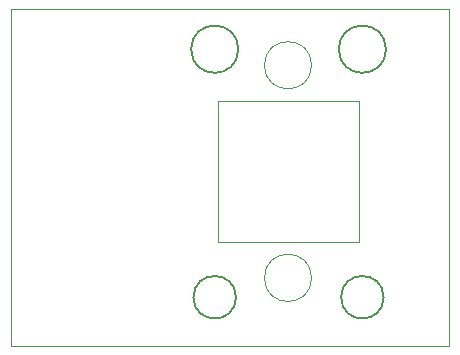
<source format=gbr>
%TF.GenerationSoftware,KiCad,Pcbnew,9.0.1+dfsg-1*%
%TF.CreationDate,2025-04-15T15:49:21+02:00*%
%TF.ProjectId,VCM-addon-pcb,56434d2d-6164-4646-9f6e-2d7063622e6b,rev?*%
%TF.SameCoordinates,Original*%
%TF.FileFunction,Profile,NP*%
%FSLAX46Y46*%
G04 Gerber Fmt 4.6, Leading zero omitted, Abs format (unit mm)*
G04 Created by KiCad (PCBNEW 9.0.1+dfsg-1) date 2025-04-15 15:49:21*
%MOMM*%
%LPD*%
G01*
G04 APERTURE LIST*
%TA.AperFunction,Profile*%
%ADD10C,0.050000*%
%TD*%
%TA.AperFunction,Profile*%
%ADD11C,0.100000*%
%TD*%
%TA.AperFunction,Profile*%
%ADD12C,0.200000*%
%TD*%
G04 APERTURE END LIST*
D10*
X129475000Y-102700000D02*
X166525000Y-102700000D01*
X166525000Y-131250000D01*
X129475000Y-131250000D01*
X129475000Y-102700000D01*
D11*
X154903791Y-107455857D02*
G75*
G02*
X150903791Y-107455857I-2000000J0D01*
G01*
X150903791Y-107455857D02*
G75*
G02*
X154903791Y-107455857I2000000J0D01*
G01*
D10*
X146950000Y-110450000D02*
X158950000Y-110450000D01*
X158950000Y-122450000D01*
X146950000Y-122450000D01*
X146950000Y-110450000D01*
D11*
X154903791Y-125455857D02*
G75*
G02*
X150903791Y-125455857I-2000000J0D01*
G01*
X150903791Y-125455857D02*
G75*
G02*
X154903791Y-125455857I2000000J0D01*
G01*
D12*
X148700000Y-106100000D02*
G75*
G02*
X144700000Y-106100000I-2000000J0D01*
G01*
X144700000Y-106100000D02*
G75*
G02*
X148700000Y-106100000I2000000J0D01*
G01*
X161200000Y-106100000D02*
G75*
G02*
X157200000Y-106100000I-2000000J0D01*
G01*
X157200000Y-106100000D02*
G75*
G02*
X161200000Y-106100000I2000000J0D01*
G01*
X148500000Y-127100000D02*
G75*
G02*
X144900000Y-127100000I-1800000J0D01*
G01*
X144900000Y-127100000D02*
G75*
G02*
X148500000Y-127100000I1800000J0D01*
G01*
X161000000Y-127100000D02*
G75*
G02*
X157400000Y-127100000I-1800000J0D01*
G01*
X157400000Y-127100000D02*
G75*
G02*
X161000000Y-127100000I1800000J0D01*
G01*
M02*

</source>
